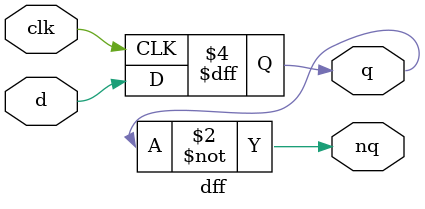
<source format=v>
module dff(
    input clk,       // Clock signal (btnC)
    input d,         // Data input (sw[0])
    output reg q,         // Q output (led[0])
    output nq        // Inverted Q (led[1])
);
    // Initialize q to 0 for simulation purposes
    initial begin
    q <= 0;
    end 
   
    
    // On rising clock edge or asynchronous reset, update q
    always @(posedge clk) begin
            q <= d;
    end
    
    assign nq = ~q;
endmodule





</source>
